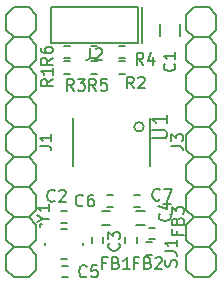
<source format=gto>
G04 #@! TF.GenerationSoftware,KiCad,Pcbnew,5.0.1-33cea8e~68~ubuntu18.04.1*
G04 #@! TF.CreationDate,2018-11-09T11:38:59+01:00*
G04 #@! TF.ProjectId,LPC82X_JDH20,4C50433832585F4A444832302E6B6963,rev?*
G04 #@! TF.SameCoordinates,Original*
G04 #@! TF.FileFunction,Legend,Top*
G04 #@! TF.FilePolarity,Positive*
%FSLAX46Y46*%
G04 Gerber Fmt 4.6, Leading zero omitted, Abs format (unit mm)*
G04 Created by KiCad (PCBNEW 5.0.1-33cea8e~68~ubuntu18.04.1) date vr 09 nov 2018 11:38:59 CET*
%MOMM*%
%LPD*%
G01*
G04 APERTURE LIST*
%ADD10C,0.150000*%
%ADD11C,0.152400*%
%ADD12C,0.127000*%
G04 APERTURE END LIST*
D10*
G04 #@! TO.C,C1*
X138750000Y-91600000D02*
X138750000Y-92600000D01*
X140450000Y-92600000D02*
X140450000Y-91600000D01*
G04 #@! TO.C,C2*
X130350000Y-108425000D02*
X130850000Y-108425000D01*
X130850000Y-107475000D02*
X130350000Y-107475000D01*
G04 #@! TO.C,C3*
X133850000Y-107400000D02*
X134550000Y-107400000D01*
X134550000Y-108600000D02*
X133850000Y-108600000D01*
G04 #@! TO.C,C4*
X137450000Y-108600000D02*
X136750000Y-108600000D01*
X136750000Y-107400000D02*
X137450000Y-107400000D01*
G04 #@! TO.C,C5*
X130450000Y-113025000D02*
X130950000Y-113025000D01*
X130950000Y-112075000D02*
X130450000Y-112075000D01*
G04 #@! TO.C,C6*
X134250000Y-107075000D02*
X134750000Y-107075000D01*
X134750000Y-106125000D02*
X134250000Y-106125000D01*
G04 #@! TO.C,C7*
X137050000Y-106125000D02*
X136550000Y-106125000D01*
X136550000Y-107075000D02*
X137050000Y-107075000D01*
G04 #@! TO.C,FB1*
X133925000Y-110150000D02*
X133925000Y-109650000D01*
X132975000Y-109650000D02*
X132975000Y-110150000D01*
G04 #@! TO.C,FB2*
X135825000Y-109650000D02*
X135825000Y-110150000D01*
X136775000Y-110150000D02*
X136775000Y-109650000D01*
G04 #@! TO.C,FB3*
X138300000Y-108875000D02*
X137800000Y-108875000D01*
X137800000Y-109825000D02*
X138300000Y-109825000D01*
D11*
G04 #@! TO.C,J1*
X127635000Y-110490000D02*
X128270000Y-111125000D01*
X128270000Y-111125000D02*
X128270000Y-112395000D01*
X128270000Y-112395000D02*
X127635000Y-113030000D01*
X127635000Y-113030000D02*
X126365000Y-113030000D01*
X126365000Y-113030000D02*
X125730000Y-112395000D01*
X125730000Y-112395000D02*
X125730000Y-111125000D01*
X125730000Y-111125000D02*
X126365000Y-110490000D01*
X128270000Y-106045000D02*
X128270000Y-107315000D01*
X128270000Y-107315000D02*
X127635000Y-107950000D01*
X127635000Y-107950000D02*
X126365000Y-107950000D01*
X126365000Y-107950000D02*
X125730000Y-107315000D01*
X127635000Y-107950000D02*
X128270000Y-108585000D01*
X128270000Y-108585000D02*
X128270000Y-109855000D01*
X128270000Y-109855000D02*
X127635000Y-110490000D01*
X127635000Y-110490000D02*
X126365000Y-110490000D01*
X126365000Y-110490000D02*
X125730000Y-109855000D01*
X125730000Y-109855000D02*
X125730000Y-108585000D01*
X125730000Y-108585000D02*
X126365000Y-107950000D01*
X127635000Y-102870000D02*
X128270000Y-103505000D01*
X128270000Y-103505000D02*
X128270000Y-104775000D01*
X128270000Y-104775000D02*
X127635000Y-105410000D01*
X127635000Y-105410000D02*
X126365000Y-105410000D01*
X126365000Y-105410000D02*
X125730000Y-104775000D01*
X125730000Y-104775000D02*
X125730000Y-103505000D01*
X125730000Y-103505000D02*
X126365000Y-102870000D01*
X128270000Y-106045000D02*
X127635000Y-105410000D01*
X126365000Y-105410000D02*
X125730000Y-106045000D01*
X125730000Y-107315000D02*
X125730000Y-106045000D01*
X128270000Y-98425000D02*
X128270000Y-99695000D01*
X128270000Y-99695000D02*
X127635000Y-100330000D01*
X127635000Y-100330000D02*
X126365000Y-100330000D01*
X126365000Y-100330000D02*
X125730000Y-99695000D01*
X127635000Y-100330000D02*
X128270000Y-100965000D01*
X128270000Y-100965000D02*
X128270000Y-102235000D01*
X128270000Y-102235000D02*
X127635000Y-102870000D01*
X127635000Y-102870000D02*
X126365000Y-102870000D01*
X126365000Y-102870000D02*
X125730000Y-102235000D01*
X125730000Y-102235000D02*
X125730000Y-100965000D01*
X125730000Y-100965000D02*
X126365000Y-100330000D01*
X127635000Y-95250000D02*
X128270000Y-95885000D01*
X128270000Y-95885000D02*
X128270000Y-97155000D01*
X128270000Y-97155000D02*
X127635000Y-97790000D01*
X127635000Y-97790000D02*
X126365000Y-97790000D01*
X126365000Y-97790000D02*
X125730000Y-97155000D01*
X125730000Y-97155000D02*
X125730000Y-95885000D01*
X125730000Y-95885000D02*
X126365000Y-95250000D01*
X128270000Y-98425000D02*
X127635000Y-97790000D01*
X126365000Y-97790000D02*
X125730000Y-98425000D01*
X125730000Y-99695000D02*
X125730000Y-98425000D01*
X128270000Y-90805000D02*
X128270000Y-92075000D01*
X128270000Y-92075000D02*
X127635000Y-92710000D01*
X127635000Y-92710000D02*
X126365000Y-92710000D01*
X126365000Y-92710000D02*
X125730000Y-92075000D01*
X127635000Y-92710000D02*
X128270000Y-93345000D01*
X128270000Y-93345000D02*
X128270000Y-94615000D01*
X128270000Y-94615000D02*
X127635000Y-95250000D01*
X127635000Y-95250000D02*
X126365000Y-95250000D01*
X126365000Y-95250000D02*
X125730000Y-94615000D01*
X125730000Y-94615000D02*
X125730000Y-93345000D01*
X125730000Y-93345000D02*
X126365000Y-92710000D01*
X127635000Y-90170000D02*
X126365000Y-90170000D01*
X128270000Y-90805000D02*
X127635000Y-90170000D01*
X126365000Y-90170000D02*
X125730000Y-90805000D01*
X125730000Y-92075000D02*
X125730000Y-90805000D01*
D10*
G04 #@! TO.C,J2*
X137200000Y-93200000D02*
X137200000Y-90200000D01*
X136883000Y-90176000D02*
X136883000Y-93224000D01*
X129517000Y-90176000D02*
X136883000Y-90176000D01*
X129517000Y-93224000D02*
X129517000Y-90176000D01*
X136883000Y-93224000D02*
X129517000Y-93224000D01*
D11*
G04 #@! TO.C,J3*
X143510000Y-111125000D02*
X143510000Y-112395000D01*
X142875000Y-113030000D02*
X143510000Y-112395000D01*
X140970000Y-112395000D02*
X141605000Y-113030000D01*
X141605000Y-113030000D02*
X142875000Y-113030000D01*
X143510000Y-109855000D02*
X142875000Y-110490000D01*
X143510000Y-108585000D02*
X143510000Y-109855000D01*
X142875000Y-107950000D02*
X143510000Y-108585000D01*
X141605000Y-107950000D02*
X142875000Y-107950000D01*
X140970000Y-108585000D02*
X141605000Y-107950000D01*
X140970000Y-109855000D02*
X140970000Y-108585000D01*
X141605000Y-110490000D02*
X140970000Y-109855000D01*
X142875000Y-110490000D02*
X143510000Y-111125000D01*
X141605000Y-110490000D02*
X142875000Y-110490000D01*
X140970000Y-111125000D02*
X141605000Y-110490000D01*
X140970000Y-112395000D02*
X140970000Y-111125000D01*
X143510000Y-103505000D02*
X143510000Y-104775000D01*
X142875000Y-105410000D02*
X143510000Y-104775000D01*
X140970000Y-104775000D02*
X141605000Y-105410000D01*
X143510000Y-107315000D02*
X142875000Y-107950000D01*
X143510000Y-106045000D02*
X143510000Y-107315000D01*
X142875000Y-105410000D02*
X143510000Y-106045000D01*
X141605000Y-105410000D02*
X142875000Y-105410000D01*
X140970000Y-106045000D02*
X141605000Y-105410000D01*
X140970000Y-107315000D02*
X140970000Y-106045000D01*
X141605000Y-107950000D02*
X140970000Y-107315000D01*
X143510000Y-102235000D02*
X142875000Y-102870000D01*
X143510000Y-100965000D02*
X143510000Y-102235000D01*
X142875000Y-100330000D02*
X143510000Y-100965000D01*
X141605000Y-100330000D02*
X142875000Y-100330000D01*
X140970000Y-100965000D02*
X141605000Y-100330000D01*
X140970000Y-102235000D02*
X140970000Y-100965000D01*
X141605000Y-102870000D02*
X140970000Y-102235000D01*
X142875000Y-102870000D02*
X143510000Y-103505000D01*
X141605000Y-102870000D02*
X142875000Y-102870000D01*
X140970000Y-103505000D02*
X141605000Y-102870000D01*
X140970000Y-104775000D02*
X140970000Y-103505000D01*
X143510000Y-95885000D02*
X143510000Y-97155000D01*
X142875000Y-97790000D02*
X143510000Y-97155000D01*
X140970000Y-97155000D02*
X141605000Y-97790000D01*
X143510000Y-99695000D02*
X142875000Y-100330000D01*
X143510000Y-98425000D02*
X143510000Y-99695000D01*
X142875000Y-97790000D02*
X143510000Y-98425000D01*
X141605000Y-97790000D02*
X142875000Y-97790000D01*
X140970000Y-98425000D02*
X141605000Y-97790000D01*
X140970000Y-99695000D02*
X140970000Y-98425000D01*
X141605000Y-100330000D02*
X140970000Y-99695000D01*
X143510000Y-94615000D02*
X142875000Y-95250000D01*
X143510000Y-93345000D02*
X143510000Y-94615000D01*
X142875000Y-92710000D02*
X143510000Y-93345000D01*
X141605000Y-92710000D02*
X142875000Y-92710000D01*
X140970000Y-93345000D02*
X141605000Y-92710000D01*
X140970000Y-94615000D02*
X140970000Y-93345000D01*
X141605000Y-95250000D02*
X140970000Y-94615000D01*
X142875000Y-95250000D02*
X143510000Y-95885000D01*
X141605000Y-95250000D02*
X142875000Y-95250000D01*
X140970000Y-95885000D02*
X141605000Y-95250000D01*
X140970000Y-97155000D02*
X140970000Y-95885000D01*
X143510000Y-92075000D02*
X142875000Y-92710000D01*
X143510000Y-90805000D02*
X143510000Y-92075000D01*
X142875000Y-90170000D02*
X143510000Y-90805000D01*
X141605000Y-90170000D02*
X142875000Y-90170000D01*
X140970000Y-90805000D02*
X141605000Y-90170000D01*
X140970000Y-92075000D02*
X140970000Y-90805000D01*
X141605000Y-92710000D02*
X140970000Y-92075000D01*
D10*
G04 #@! TO.C,R1*
X130650000Y-95825000D02*
X131150000Y-95825000D01*
X131150000Y-94775000D02*
X130650000Y-94775000D01*
G04 #@! TO.C,R2*
X135250000Y-95825000D02*
X135750000Y-95825000D01*
X135750000Y-94775000D02*
X135250000Y-94775000D01*
G04 #@! TO.C,R3*
X133450000Y-94775000D02*
X132950000Y-94775000D01*
X132950000Y-95825000D02*
X133450000Y-95825000D01*
G04 #@! TO.C,R4*
X135750000Y-93475000D02*
X135250000Y-93475000D01*
X135250000Y-94525000D02*
X135750000Y-94525000D01*
G04 #@! TO.C,R5*
X132950000Y-94525000D02*
X133450000Y-94525000D01*
X133450000Y-93475000D02*
X132950000Y-93475000D01*
G04 #@! TO.C,R6*
X131150000Y-93475000D02*
X130650000Y-93475000D01*
X130650000Y-94525000D02*
X131150000Y-94525000D01*
G04 #@! TO.C,SJ1*
X137600000Y-111125000D02*
X138100000Y-111125000D01*
X138100000Y-110075000D02*
X137600000Y-110075000D01*
G04 #@! TO.C,Y1*
X129000000Y-110150000D02*
X129000000Y-110350000D01*
X130350000Y-109000000D02*
X130850000Y-109000000D01*
X132200000Y-110350000D02*
X132200000Y-110150000D01*
X130350000Y-111500000D02*
X130850000Y-111500000D01*
X128550000Y-108550000D02*
X128800000Y-108550000D01*
X128550000Y-108550000D02*
X128550000Y-108800000D01*
D12*
G04 #@! TO.C,U1*
X137870000Y-103600000D02*
X137870000Y-99600000D01*
X131370000Y-103600000D02*
X131370000Y-99600000D01*
D10*
X137370000Y-100315000D02*
G75*
G03X137370000Y-100315000I-400000J0D01*
G01*
G04 #@! TO.C,C1*
X139957142Y-94966666D02*
X140004761Y-95014285D01*
X140052380Y-95157142D01*
X140052380Y-95252380D01*
X140004761Y-95395238D01*
X139909523Y-95490476D01*
X139814285Y-95538095D01*
X139623809Y-95585714D01*
X139480952Y-95585714D01*
X139290476Y-95538095D01*
X139195238Y-95490476D01*
X139100000Y-95395238D01*
X139052380Y-95252380D01*
X139052380Y-95157142D01*
X139100000Y-95014285D01*
X139147619Y-94966666D01*
X140052380Y-94014285D02*
X140052380Y-94585714D01*
X140052380Y-94300000D02*
X139052380Y-94300000D01*
X139195238Y-94395238D01*
X139290476Y-94490476D01*
X139338095Y-94585714D01*
G04 #@! TO.C,C2*
X129833333Y-106557142D02*
X129785714Y-106604761D01*
X129642857Y-106652380D01*
X129547619Y-106652380D01*
X129404761Y-106604761D01*
X129309523Y-106509523D01*
X129261904Y-106414285D01*
X129214285Y-106223809D01*
X129214285Y-106080952D01*
X129261904Y-105890476D01*
X129309523Y-105795238D01*
X129404761Y-105700000D01*
X129547619Y-105652380D01*
X129642857Y-105652380D01*
X129785714Y-105700000D01*
X129833333Y-105747619D01*
X130214285Y-105747619D02*
X130261904Y-105700000D01*
X130357142Y-105652380D01*
X130595238Y-105652380D01*
X130690476Y-105700000D01*
X130738095Y-105747619D01*
X130785714Y-105842857D01*
X130785714Y-105938095D01*
X130738095Y-106080952D01*
X130166666Y-106652380D01*
X130785714Y-106652380D01*
G04 #@! TO.C,C3*
X135257142Y-110166666D02*
X135304761Y-110214285D01*
X135352380Y-110357142D01*
X135352380Y-110452380D01*
X135304761Y-110595238D01*
X135209523Y-110690476D01*
X135114285Y-110738095D01*
X134923809Y-110785714D01*
X134780952Y-110785714D01*
X134590476Y-110738095D01*
X134495238Y-110690476D01*
X134400000Y-110595238D01*
X134352380Y-110452380D01*
X134352380Y-110357142D01*
X134400000Y-110214285D01*
X134447619Y-110166666D01*
X134352380Y-109833333D02*
X134352380Y-109214285D01*
X134733333Y-109547619D01*
X134733333Y-109404761D01*
X134780952Y-109309523D01*
X134828571Y-109261904D01*
X134923809Y-109214285D01*
X135161904Y-109214285D01*
X135257142Y-109261904D01*
X135304761Y-109309523D01*
X135352380Y-109404761D01*
X135352380Y-109690476D01*
X135304761Y-109785714D01*
X135257142Y-109833333D01*
G04 #@! TO.C,C4*
X139557142Y-107666666D02*
X139604761Y-107714285D01*
X139652380Y-107857142D01*
X139652380Y-107952380D01*
X139604761Y-108095238D01*
X139509523Y-108190476D01*
X139414285Y-108238095D01*
X139223809Y-108285714D01*
X139080952Y-108285714D01*
X138890476Y-108238095D01*
X138795238Y-108190476D01*
X138700000Y-108095238D01*
X138652380Y-107952380D01*
X138652380Y-107857142D01*
X138700000Y-107714285D01*
X138747619Y-107666666D01*
X138985714Y-106809523D02*
X139652380Y-106809523D01*
X138604761Y-107047619D02*
X139319047Y-107285714D01*
X139319047Y-106666666D01*
G04 #@! TO.C,C5*
X132533333Y-112957142D02*
X132485714Y-113004761D01*
X132342857Y-113052380D01*
X132247619Y-113052380D01*
X132104761Y-113004761D01*
X132009523Y-112909523D01*
X131961904Y-112814285D01*
X131914285Y-112623809D01*
X131914285Y-112480952D01*
X131961904Y-112290476D01*
X132009523Y-112195238D01*
X132104761Y-112100000D01*
X132247619Y-112052380D01*
X132342857Y-112052380D01*
X132485714Y-112100000D01*
X132533333Y-112147619D01*
X133438095Y-112052380D02*
X132961904Y-112052380D01*
X132914285Y-112528571D01*
X132961904Y-112480952D01*
X133057142Y-112433333D01*
X133295238Y-112433333D01*
X133390476Y-112480952D01*
X133438095Y-112528571D01*
X133485714Y-112623809D01*
X133485714Y-112861904D01*
X133438095Y-112957142D01*
X133390476Y-113004761D01*
X133295238Y-113052380D01*
X133057142Y-113052380D01*
X132961904Y-113004761D01*
X132914285Y-112957142D01*
G04 #@! TO.C,C6*
X132233333Y-106957142D02*
X132185714Y-107004761D01*
X132042857Y-107052380D01*
X131947619Y-107052380D01*
X131804761Y-107004761D01*
X131709523Y-106909523D01*
X131661904Y-106814285D01*
X131614285Y-106623809D01*
X131614285Y-106480952D01*
X131661904Y-106290476D01*
X131709523Y-106195238D01*
X131804761Y-106100000D01*
X131947619Y-106052380D01*
X132042857Y-106052380D01*
X132185714Y-106100000D01*
X132233333Y-106147619D01*
X133090476Y-106052380D02*
X132900000Y-106052380D01*
X132804761Y-106100000D01*
X132757142Y-106147619D01*
X132661904Y-106290476D01*
X132614285Y-106480952D01*
X132614285Y-106861904D01*
X132661904Y-106957142D01*
X132709523Y-107004761D01*
X132804761Y-107052380D01*
X132995238Y-107052380D01*
X133090476Y-107004761D01*
X133138095Y-106957142D01*
X133185714Y-106861904D01*
X133185714Y-106623809D01*
X133138095Y-106528571D01*
X133090476Y-106480952D01*
X132995238Y-106433333D01*
X132804761Y-106433333D01*
X132709523Y-106480952D01*
X132661904Y-106528571D01*
X132614285Y-106623809D01*
G04 #@! TO.C,C7*
X138733333Y-106457142D02*
X138685714Y-106504761D01*
X138542857Y-106552380D01*
X138447619Y-106552380D01*
X138304761Y-106504761D01*
X138209523Y-106409523D01*
X138161904Y-106314285D01*
X138114285Y-106123809D01*
X138114285Y-105980952D01*
X138161904Y-105790476D01*
X138209523Y-105695238D01*
X138304761Y-105600000D01*
X138447619Y-105552380D01*
X138542857Y-105552380D01*
X138685714Y-105600000D01*
X138733333Y-105647619D01*
X139066666Y-105552380D02*
X139733333Y-105552380D01*
X139304761Y-106552380D01*
G04 #@! TO.C,FB1*
X134166666Y-111828571D02*
X133833333Y-111828571D01*
X133833333Y-112352380D02*
X133833333Y-111352380D01*
X134309523Y-111352380D01*
X135023809Y-111828571D02*
X135166666Y-111876190D01*
X135214285Y-111923809D01*
X135261904Y-112019047D01*
X135261904Y-112161904D01*
X135214285Y-112257142D01*
X135166666Y-112304761D01*
X135071428Y-112352380D01*
X134690476Y-112352380D01*
X134690476Y-111352380D01*
X135023809Y-111352380D01*
X135119047Y-111400000D01*
X135166666Y-111447619D01*
X135214285Y-111542857D01*
X135214285Y-111638095D01*
X135166666Y-111733333D01*
X135119047Y-111780952D01*
X135023809Y-111828571D01*
X134690476Y-111828571D01*
X136214285Y-112352380D02*
X135642857Y-112352380D01*
X135928571Y-112352380D02*
X135928571Y-111352380D01*
X135833333Y-111495238D01*
X135738095Y-111590476D01*
X135642857Y-111638095D01*
G04 #@! TO.C,FB2*
X136866666Y-111828571D02*
X136533333Y-111828571D01*
X136533333Y-112352380D02*
X136533333Y-111352380D01*
X137009523Y-111352380D01*
X137723809Y-111828571D02*
X137866666Y-111876190D01*
X137914285Y-111923809D01*
X137961904Y-112019047D01*
X137961904Y-112161904D01*
X137914285Y-112257142D01*
X137866666Y-112304761D01*
X137771428Y-112352380D01*
X137390476Y-112352380D01*
X137390476Y-111352380D01*
X137723809Y-111352380D01*
X137819047Y-111400000D01*
X137866666Y-111447619D01*
X137914285Y-111542857D01*
X137914285Y-111638095D01*
X137866666Y-111733333D01*
X137819047Y-111780952D01*
X137723809Y-111828571D01*
X137390476Y-111828571D01*
X138342857Y-111447619D02*
X138390476Y-111400000D01*
X138485714Y-111352380D01*
X138723809Y-111352380D01*
X138819047Y-111400000D01*
X138866666Y-111447619D01*
X138914285Y-111542857D01*
X138914285Y-111638095D01*
X138866666Y-111780952D01*
X138295238Y-112352380D01*
X138914285Y-112352380D01*
G04 #@! TO.C,FB3*
X140228571Y-109133333D02*
X140228571Y-109466666D01*
X140752380Y-109466666D02*
X139752380Y-109466666D01*
X139752380Y-108990476D01*
X140228571Y-108276190D02*
X140276190Y-108133333D01*
X140323809Y-108085714D01*
X140419047Y-108038095D01*
X140561904Y-108038095D01*
X140657142Y-108085714D01*
X140704761Y-108133333D01*
X140752380Y-108228571D01*
X140752380Y-108609523D01*
X139752380Y-108609523D01*
X139752380Y-108276190D01*
X139800000Y-108180952D01*
X139847619Y-108133333D01*
X139942857Y-108085714D01*
X140038095Y-108085714D01*
X140133333Y-108133333D01*
X140180952Y-108180952D01*
X140228571Y-108276190D01*
X140228571Y-108609523D01*
X139752380Y-107704761D02*
X139752380Y-107085714D01*
X140133333Y-107419047D01*
X140133333Y-107276190D01*
X140180952Y-107180952D01*
X140228571Y-107133333D01*
X140323809Y-107085714D01*
X140561904Y-107085714D01*
X140657142Y-107133333D01*
X140704761Y-107180952D01*
X140752380Y-107276190D01*
X140752380Y-107561904D01*
X140704761Y-107657142D01*
X140657142Y-107704761D01*
G04 #@! TO.C,J1*
X128552380Y-101933333D02*
X129266666Y-101933333D01*
X129409523Y-101980952D01*
X129504761Y-102076190D01*
X129552380Y-102219047D01*
X129552380Y-102314285D01*
X129552380Y-100933333D02*
X129552380Y-101504761D01*
X129552380Y-101219047D02*
X128552380Y-101219047D01*
X128695238Y-101314285D01*
X128790476Y-101409523D01*
X128838095Y-101504761D01*
G04 #@! TO.C,J2*
X132866666Y-93652380D02*
X132866666Y-94366666D01*
X132819047Y-94509523D01*
X132723809Y-94604761D01*
X132580952Y-94652380D01*
X132485714Y-94652380D01*
X133295238Y-93747619D02*
X133342857Y-93700000D01*
X133438095Y-93652380D01*
X133676190Y-93652380D01*
X133771428Y-93700000D01*
X133819047Y-93747619D01*
X133866666Y-93842857D01*
X133866666Y-93938095D01*
X133819047Y-94080952D01*
X133247619Y-94652380D01*
X133866666Y-94652380D01*
G04 #@! TO.C,J3*
X139692380Y-101933333D02*
X140406666Y-101933333D01*
X140549523Y-101980952D01*
X140644761Y-102076190D01*
X140692380Y-102219047D01*
X140692380Y-102314285D01*
X139692380Y-101552380D02*
X139692380Y-100933333D01*
X140073333Y-101266666D01*
X140073333Y-101123809D01*
X140120952Y-101028571D01*
X140168571Y-100980952D01*
X140263809Y-100933333D01*
X140501904Y-100933333D01*
X140597142Y-100980952D01*
X140644761Y-101028571D01*
X140692380Y-101123809D01*
X140692380Y-101409523D01*
X140644761Y-101504761D01*
X140597142Y-101552380D01*
G04 #@! TO.C,R1*
X129652380Y-96266666D02*
X129176190Y-96600000D01*
X129652380Y-96838095D02*
X128652380Y-96838095D01*
X128652380Y-96457142D01*
X128700000Y-96361904D01*
X128747619Y-96314285D01*
X128842857Y-96266666D01*
X128985714Y-96266666D01*
X129080952Y-96314285D01*
X129128571Y-96361904D01*
X129176190Y-96457142D01*
X129176190Y-96838095D01*
X129652380Y-95314285D02*
X129652380Y-95885714D01*
X129652380Y-95600000D02*
X128652380Y-95600000D01*
X128795238Y-95695238D01*
X128890476Y-95790476D01*
X128938095Y-95885714D01*
G04 #@! TO.C,R2*
X136533333Y-97052380D02*
X136200000Y-96576190D01*
X135961904Y-97052380D02*
X135961904Y-96052380D01*
X136342857Y-96052380D01*
X136438095Y-96100000D01*
X136485714Y-96147619D01*
X136533333Y-96242857D01*
X136533333Y-96385714D01*
X136485714Y-96480952D01*
X136438095Y-96528571D01*
X136342857Y-96576190D01*
X135961904Y-96576190D01*
X136914285Y-96147619D02*
X136961904Y-96100000D01*
X137057142Y-96052380D01*
X137295238Y-96052380D01*
X137390476Y-96100000D01*
X137438095Y-96147619D01*
X137485714Y-96242857D01*
X137485714Y-96338095D01*
X137438095Y-96480952D01*
X136866666Y-97052380D01*
X137485714Y-97052380D01*
G04 #@! TO.C,R3*
X131433333Y-97252380D02*
X131100000Y-96776190D01*
X130861904Y-97252380D02*
X130861904Y-96252380D01*
X131242857Y-96252380D01*
X131338095Y-96300000D01*
X131385714Y-96347619D01*
X131433333Y-96442857D01*
X131433333Y-96585714D01*
X131385714Y-96680952D01*
X131338095Y-96728571D01*
X131242857Y-96776190D01*
X130861904Y-96776190D01*
X131766666Y-96252380D02*
X132385714Y-96252380D01*
X132052380Y-96633333D01*
X132195238Y-96633333D01*
X132290476Y-96680952D01*
X132338095Y-96728571D01*
X132385714Y-96823809D01*
X132385714Y-97061904D01*
X132338095Y-97157142D01*
X132290476Y-97204761D01*
X132195238Y-97252380D01*
X131909523Y-97252380D01*
X131814285Y-97204761D01*
X131766666Y-97157142D01*
G04 #@! TO.C,R4*
X137333333Y-95052380D02*
X137000000Y-94576190D01*
X136761904Y-95052380D02*
X136761904Y-94052380D01*
X137142857Y-94052380D01*
X137238095Y-94100000D01*
X137285714Y-94147619D01*
X137333333Y-94242857D01*
X137333333Y-94385714D01*
X137285714Y-94480952D01*
X137238095Y-94528571D01*
X137142857Y-94576190D01*
X136761904Y-94576190D01*
X138190476Y-94385714D02*
X138190476Y-95052380D01*
X137952380Y-94004761D02*
X137714285Y-94719047D01*
X138333333Y-94719047D01*
G04 #@! TO.C,R5*
X133333333Y-97252380D02*
X133000000Y-96776190D01*
X132761904Y-97252380D02*
X132761904Y-96252380D01*
X133142857Y-96252380D01*
X133238095Y-96300000D01*
X133285714Y-96347619D01*
X133333333Y-96442857D01*
X133333333Y-96585714D01*
X133285714Y-96680952D01*
X133238095Y-96728571D01*
X133142857Y-96776190D01*
X132761904Y-96776190D01*
X134238095Y-96252380D02*
X133761904Y-96252380D01*
X133714285Y-96728571D01*
X133761904Y-96680952D01*
X133857142Y-96633333D01*
X134095238Y-96633333D01*
X134190476Y-96680952D01*
X134238095Y-96728571D01*
X134285714Y-96823809D01*
X134285714Y-97061904D01*
X134238095Y-97157142D01*
X134190476Y-97204761D01*
X134095238Y-97252380D01*
X133857142Y-97252380D01*
X133761904Y-97204761D01*
X133714285Y-97157142D01*
G04 #@! TO.C,R6*
X129652380Y-94466666D02*
X129176190Y-94800000D01*
X129652380Y-95038095D02*
X128652380Y-95038095D01*
X128652380Y-94657142D01*
X128700000Y-94561904D01*
X128747619Y-94514285D01*
X128842857Y-94466666D01*
X128985714Y-94466666D01*
X129080952Y-94514285D01*
X129128571Y-94561904D01*
X129176190Y-94657142D01*
X129176190Y-95038095D01*
X128652380Y-93609523D02*
X128652380Y-93800000D01*
X128700000Y-93895238D01*
X128747619Y-93942857D01*
X128890476Y-94038095D01*
X129080952Y-94085714D01*
X129461904Y-94085714D01*
X129557142Y-94038095D01*
X129604761Y-93990476D01*
X129652380Y-93895238D01*
X129652380Y-93704761D01*
X129604761Y-93609523D01*
X129557142Y-93561904D01*
X129461904Y-93514285D01*
X129223809Y-93514285D01*
X129128571Y-93561904D01*
X129080952Y-93609523D01*
X129033333Y-93704761D01*
X129033333Y-93895238D01*
X129080952Y-93990476D01*
X129128571Y-94038095D01*
X129223809Y-94085714D01*
G04 #@! TO.C,SJ1*
X140104761Y-112142857D02*
X140152380Y-112000000D01*
X140152380Y-111761904D01*
X140104761Y-111666666D01*
X140057142Y-111619047D01*
X139961904Y-111571428D01*
X139866666Y-111571428D01*
X139771428Y-111619047D01*
X139723809Y-111666666D01*
X139676190Y-111761904D01*
X139628571Y-111952380D01*
X139580952Y-112047619D01*
X139533333Y-112095238D01*
X139438095Y-112142857D01*
X139342857Y-112142857D01*
X139247619Y-112095238D01*
X139200000Y-112047619D01*
X139152380Y-111952380D01*
X139152380Y-111714285D01*
X139200000Y-111571428D01*
X139152380Y-110857142D02*
X139866666Y-110857142D01*
X140009523Y-110904761D01*
X140104761Y-111000000D01*
X140152380Y-111142857D01*
X140152380Y-111238095D01*
X140152380Y-109857142D02*
X140152380Y-110428571D01*
X140152380Y-110142857D02*
X139152380Y-110142857D01*
X139295238Y-110238095D01*
X139390476Y-110333333D01*
X139438095Y-110428571D01*
G04 #@! TO.C,Y1*
X128876190Y-108076190D02*
X129352380Y-108076190D01*
X128352380Y-108409523D02*
X128876190Y-108076190D01*
X128352380Y-107742857D01*
X129352380Y-106885714D02*
X129352380Y-107457142D01*
X129352380Y-107171428D02*
X128352380Y-107171428D01*
X128495238Y-107266666D01*
X128590476Y-107361904D01*
X128638095Y-107457142D01*
G04 #@! TO.C,U1*
X138069523Y-101300119D02*
X139097619Y-101300119D01*
X139218571Y-101239642D01*
X139279047Y-101179166D01*
X139339523Y-101058214D01*
X139339523Y-100816309D01*
X139279047Y-100695357D01*
X139218571Y-100634880D01*
X139097619Y-100574404D01*
X138069523Y-100574404D01*
X139339523Y-99304404D02*
X139339523Y-100030119D01*
X139339523Y-99667261D02*
X138069523Y-99667261D01*
X138250952Y-99788214D01*
X138371904Y-99909166D01*
X138432380Y-100030119D01*
G04 #@! TD*
M02*

</source>
